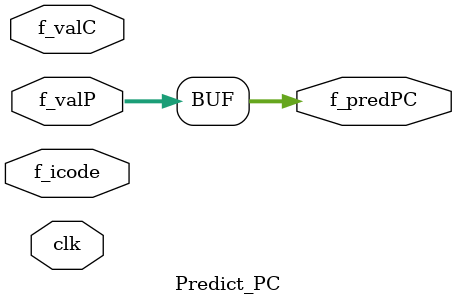
<source format=v>
module Predict_PC(clk,f_icode,f_valC,f_valP,f_predPC);

input clk;
input [3:0] f_icode;
input [63:0] f_valC;
input [63:0] f_valP;

output reg [63:0] f_predPC;


always@(*)
begin
  
  if ((f_icode == 0111) || (f_icode == 1000))
  f_predPC = f_valC;
  else f_predPC = f_valP;

end

endmodule
</source>
